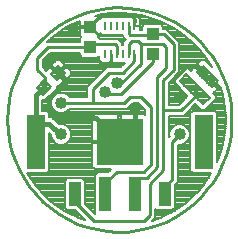
<source format=gbl>
G75*
G70*
%OFA0B0*%
%FSLAX24Y24*%
%IPPOS*%
%LPD*%
%AMOC8*
5,1,8,0,0,1.08239X$1,22.5*
%
%ADD10C,0.0100*%
%ADD11R,0.0394X0.0433*%
%ADD12R,0.0433X0.0394*%
%ADD13C,0.0079*%
%ADD14R,0.0106X0.0315*%
%ADD15R,0.1560X0.1560*%
%ADD16R,0.0620X0.1800*%
%ADD17R,0.0394X0.0787*%
%ADD18R,0.0394X0.1181*%
%ADD19C,0.0160*%
%ADD20C,0.0400*%
%ADD21C,0.0080*%
D10*
X003308Y002119D02*
X003308Y002369D01*
X003308Y002119D02*
X003958Y001469D01*
X005608Y001469D01*
X005808Y001669D01*
X005808Y002719D01*
X006258Y003169D01*
X006258Y005169D01*
X006858Y005169D01*
X007408Y005719D01*
X007308Y005819D01*
X007308Y005869D01*
X006808Y005869D02*
X006808Y005619D01*
X006808Y005869D02*
X006608Y006069D01*
X006608Y006219D01*
X007008Y006619D01*
X007358Y006619D01*
X007684Y006293D01*
X007733Y006293D01*
X006608Y006519D02*
X006258Y006169D01*
X006258Y005169D01*
X005858Y005269D02*
X005858Y003369D01*
X005608Y003119D01*
X004708Y003119D01*
X004358Y002769D01*
X004358Y002369D01*
X004308Y002369D01*
X005308Y002369D02*
X005358Y002419D01*
X005358Y002819D01*
X005458Y002919D01*
X005708Y002919D01*
X006058Y003269D01*
X006058Y006269D01*
X006358Y006569D01*
X006358Y007269D01*
X006258Y007369D01*
X005508Y007369D01*
X005408Y007469D01*
X005208Y007469D01*
X005108Y007369D01*
X005108Y007069D01*
X005104Y007064D01*
X005104Y007046D01*
X005300Y007046D02*
X005300Y006811D01*
X004908Y006419D01*
X004458Y006419D01*
X003908Y005869D01*
X003908Y005419D01*
X002858Y005419D01*
X002308Y005969D02*
X002308Y006269D01*
X002058Y006519D01*
X002058Y006919D01*
X002408Y007269D01*
X003758Y007269D01*
X003774Y007284D01*
X003808Y007284D01*
X003824Y007284D01*
X003908Y007369D01*
X004658Y007369D01*
X004708Y007319D01*
X004708Y007169D01*
X004710Y007167D01*
X004710Y007046D01*
X004513Y007046D02*
X004513Y006823D01*
X004408Y006719D01*
X004208Y006719D01*
X004058Y006869D01*
X002508Y006869D01*
X002408Y006769D01*
X002758Y006419D01*
X002308Y005969D02*
X002272Y005932D01*
X002272Y005932D01*
X003908Y005419D02*
X004958Y005419D01*
X005158Y005619D01*
X005508Y005619D01*
X005858Y005269D01*
X004858Y005719D02*
X005908Y006769D01*
X005908Y007034D01*
X005508Y006719D02*
X005508Y007369D01*
X005858Y007669D02*
X005158Y007669D01*
X005104Y007723D01*
X005104Y007991D01*
X005300Y007991D02*
X005300Y008111D01*
X005308Y008119D01*
X005308Y008219D01*
X005208Y008319D01*
X004158Y008319D01*
X003808Y007969D01*
X003808Y007953D01*
X003824Y007953D01*
X004108Y007669D01*
X004808Y007669D01*
X005508Y006719D02*
X004858Y006069D01*
X004708Y006069D01*
X004858Y005719D02*
X004358Y005719D01*
X004308Y005769D01*
X001058Y004859D02*
X001073Y005199D01*
X001120Y005536D01*
X001197Y005868D01*
X001303Y006191D01*
X001439Y006504D01*
X001602Y006802D01*
X001792Y007085D01*
X002007Y007349D01*
X002245Y007592D01*
X002504Y007813D01*
X002783Y008009D01*
X003077Y008180D01*
X003386Y008322D01*
X003707Y008436D01*
X004037Y008521D01*
X004373Y008575D01*
X004713Y008598D01*
X005053Y008590D01*
X005391Y008552D01*
X005725Y008482D01*
X006050Y008383D01*
X006366Y008255D01*
X006668Y008098D01*
X006955Y007914D01*
X007224Y007706D01*
X007473Y007473D01*
X007699Y007219D01*
X007902Y006946D01*
X008079Y006655D01*
X008228Y006349D01*
X008350Y006031D01*
X008442Y005703D01*
X008503Y005368D01*
X008534Y005029D01*
X008534Y004689D01*
X008503Y004350D01*
X008442Y004015D01*
X008350Y003687D01*
X008228Y003369D01*
X008079Y003063D01*
X007902Y002772D01*
X007699Y002499D01*
X007473Y002245D01*
X007224Y002012D01*
X006955Y001804D01*
X006668Y001620D01*
X006366Y001463D01*
X006050Y001335D01*
X005725Y001236D01*
X005391Y001166D01*
X005053Y001128D01*
X004713Y001120D01*
X004373Y001143D01*
X004037Y001197D01*
X003707Y001282D01*
X003386Y001396D01*
X003077Y001538D01*
X002783Y001709D01*
X002504Y001905D01*
X002245Y002126D01*
X002007Y002369D01*
X001792Y002633D01*
X001602Y002916D01*
X001439Y003214D01*
X001303Y003527D01*
X001197Y003850D01*
X001120Y004182D01*
X001073Y004519D01*
X001058Y004859D01*
X003258Y007869D02*
X003343Y007953D01*
X003808Y007953D01*
X005858Y007669D02*
X005893Y007703D01*
X005908Y007703D01*
X006274Y007703D01*
X006608Y007369D01*
X006608Y006519D01*
X006808Y004369D02*
X006558Y004119D01*
X006558Y002869D01*
X006308Y002619D01*
X006308Y002369D01*
D11*
X003808Y007284D03*
X003808Y007953D03*
D12*
X005908Y007703D03*
X005908Y007034D03*
D13*
X007585Y005368D02*
X007809Y005592D01*
X007585Y005368D02*
X006807Y006146D01*
X007031Y006370D01*
X007809Y005592D01*
X007663Y005446D02*
X007507Y005446D01*
X007429Y005524D02*
X007741Y005524D01*
X007799Y005602D02*
X007351Y005602D01*
X007273Y005680D02*
X007721Y005680D01*
X007643Y005758D02*
X007195Y005758D01*
X007117Y005836D02*
X007565Y005836D01*
X007487Y005914D02*
X007039Y005914D01*
X006961Y005992D02*
X007409Y005992D01*
X007331Y006070D02*
X006883Y006070D01*
X006809Y006148D02*
X007253Y006148D01*
X007175Y006226D02*
X006887Y006226D01*
X006965Y006304D02*
X007097Y006304D01*
X007871Y005931D02*
X008095Y006155D01*
X007871Y005931D02*
X007371Y006431D01*
X007595Y006655D01*
X008095Y006155D01*
X007949Y006009D02*
X007793Y006009D01*
X007715Y006087D02*
X008027Y006087D01*
X008085Y006165D02*
X007637Y006165D01*
X007559Y006243D02*
X008007Y006243D01*
X007929Y006321D02*
X007481Y006321D01*
X007403Y006399D02*
X007851Y006399D01*
X007773Y006477D02*
X007417Y006477D01*
X007495Y006555D02*
X007695Y006555D01*
X007617Y006633D02*
X007573Y006633D01*
X002981Y006418D02*
X002732Y006169D01*
X002509Y006392D01*
X002758Y006641D01*
X002981Y006418D01*
X002810Y006247D02*
X002654Y006247D01*
X002576Y006325D02*
X002888Y006325D01*
X002966Y006403D02*
X002520Y006403D01*
X002598Y006481D02*
X002918Y006481D01*
X002840Y006559D02*
X002676Y006559D01*
X002754Y006637D02*
X002762Y006637D01*
X002508Y005945D02*
X002259Y005696D01*
X002036Y005919D01*
X002285Y006168D01*
X002508Y005945D01*
X002337Y005774D02*
X002181Y005774D01*
X002103Y005852D02*
X002415Y005852D01*
X002493Y005930D02*
X002047Y005930D01*
X002125Y006008D02*
X002445Y006008D01*
X002367Y006086D02*
X002203Y006086D01*
X002281Y006164D02*
X002289Y006164D01*
D14*
X004316Y007046D03*
X004513Y007046D03*
X004710Y007046D03*
X004907Y007046D03*
X005104Y007046D03*
X005300Y007046D03*
X005300Y007991D03*
X005104Y007991D03*
X004907Y007991D03*
X004710Y007991D03*
X004513Y007991D03*
X004316Y007991D03*
D15*
X004808Y004119D03*
D16*
X007608Y004119D03*
X002008Y004119D03*
D17*
X003308Y002369D03*
X006308Y002369D03*
D18*
X005308Y002369D03*
X004308Y002369D03*
D19*
X004808Y004119D02*
X005308Y004619D01*
X005308Y005219D01*
X004808Y004119D02*
X004008Y004919D01*
X002708Y004919D01*
X002458Y005169D01*
X002458Y005569D01*
X003008Y006119D01*
X003008Y006169D01*
X002758Y006419D01*
X002745Y006405D01*
X002745Y006405D01*
X002272Y005932D02*
X002008Y005669D01*
X002008Y004919D01*
X002008Y004119D01*
X002208Y004719D02*
X002008Y004919D01*
X002208Y004719D02*
X002458Y004719D01*
X002808Y004369D01*
X002858Y004369D01*
D20*
X002858Y004369D03*
X002858Y005419D03*
X002408Y006769D03*
X003258Y007869D03*
X004708Y006069D03*
X004308Y005769D03*
X005308Y005219D03*
X006808Y005619D03*
X006808Y004369D03*
D21*
X002260Y002377D02*
X002044Y002618D01*
X001852Y002878D01*
X001730Y003079D01*
X002376Y003079D01*
X002458Y003161D01*
X004482Y003161D01*
X004520Y003199D02*
X004420Y003099D01*
X004053Y003099D01*
X003971Y003017D01*
X003971Y001724D01*
X003645Y002051D01*
X003645Y002820D01*
X003563Y002902D01*
X003053Y002902D01*
X002971Y002820D01*
X002971Y001917D01*
X003053Y001835D01*
X003323Y001835D01*
X003660Y001498D01*
X003610Y001514D01*
X003310Y001636D01*
X003023Y001784D01*
X002751Y001959D01*
X002496Y002157D01*
X002260Y002377D01*
X002262Y002375D02*
X002971Y002375D01*
X002971Y002297D02*
X002346Y002297D01*
X002430Y002218D02*
X002971Y002218D01*
X002971Y002140D02*
X002518Y002140D01*
X002619Y002061D02*
X002971Y002061D01*
X002971Y001983D02*
X002720Y001983D01*
X002836Y001904D02*
X002984Y001904D01*
X002959Y001826D02*
X003333Y001826D01*
X003411Y001747D02*
X003095Y001747D01*
X003247Y001669D02*
X003490Y001669D01*
X003422Y001590D02*
X003568Y001590D01*
X003617Y001511D02*
X003647Y001511D01*
X003949Y001747D02*
X003971Y001747D01*
X003971Y001826D02*
X003870Y001826D01*
X003791Y001904D02*
X003971Y001904D01*
X003971Y001983D02*
X003713Y001983D01*
X003645Y002061D02*
X003971Y002061D01*
X003971Y002140D02*
X003645Y002140D01*
X003645Y002218D02*
X003971Y002218D01*
X003971Y002297D02*
X003645Y002297D01*
X003645Y002375D02*
X003971Y002375D01*
X003971Y002454D02*
X003645Y002454D01*
X003645Y002533D02*
X003971Y002533D01*
X003971Y002611D02*
X003645Y002611D01*
X003645Y002690D02*
X003971Y002690D01*
X003971Y002768D02*
X003645Y002768D01*
X003619Y002847D02*
X003971Y002847D01*
X003971Y002925D02*
X001824Y002925D01*
X001776Y003004D02*
X003971Y003004D01*
X004036Y003082D02*
X002380Y003082D01*
X002458Y003161D02*
X002458Y004408D01*
X002518Y004348D01*
X002518Y004301D01*
X002570Y004176D01*
X002666Y004081D01*
X002791Y004029D01*
X002926Y004029D01*
X003051Y004081D01*
X003146Y004176D01*
X003198Y004301D01*
X003198Y004436D01*
X003146Y004561D01*
X003051Y004657D01*
X002926Y004709D01*
X002791Y004709D01*
X002783Y004705D01*
X002678Y004810D01*
X002549Y004939D01*
X002458Y004939D01*
X002458Y005077D01*
X002376Y005159D01*
X002228Y005159D01*
X002228Y005500D01*
X002316Y005500D01*
X002704Y005888D01*
X002704Y005973D01*
X002789Y005973D01*
X002955Y006139D01*
X002745Y006349D01*
X002801Y006405D01*
X003011Y006195D01*
X003177Y006361D01*
X003177Y006477D01*
X003025Y006629D01*
X002802Y006405D01*
X002745Y006462D01*
X002969Y006686D01*
X002817Y006838D01*
X002701Y006838D01*
X002535Y006672D01*
X002745Y006462D01*
X002688Y006405D01*
X002479Y006615D01*
X002354Y006491D01*
X002248Y006597D01*
X002248Y006840D01*
X002487Y007079D01*
X003471Y007079D01*
X003471Y007010D01*
X003553Y006928D01*
X004063Y006928D01*
X004123Y006987D01*
X004123Y006831D01*
X004205Y006749D01*
X004427Y006749D01*
X004513Y006749D01*
X004624Y006749D01*
X004821Y006749D01*
X004970Y006749D01*
X004830Y006609D01*
X004537Y006609D01*
X004380Y006609D01*
X003830Y006059D01*
X003718Y005947D01*
X003718Y005609D01*
X003148Y005609D01*
X003146Y005611D01*
X003051Y005707D01*
X002926Y005759D01*
X002791Y005759D01*
X002666Y005707D01*
X002570Y005611D01*
X002518Y005486D01*
X002518Y005351D01*
X002570Y005226D01*
X002666Y005131D01*
X002791Y005079D01*
X002926Y005079D01*
X003051Y005131D01*
X003146Y005226D01*
X003148Y005229D01*
X003987Y005229D01*
X004880Y005229D01*
X005037Y005229D01*
X005237Y005429D01*
X005430Y005429D01*
X005668Y005190D01*
X005668Y005017D01*
X005646Y005039D01*
X004848Y005039D01*
X004848Y004159D01*
X004768Y004159D01*
X004768Y005039D01*
X003970Y005039D01*
X003888Y004957D01*
X003888Y004159D01*
X004768Y004159D01*
X004768Y004079D01*
X003888Y004079D01*
X003888Y003281D01*
X003970Y003199D01*
X004520Y003199D01*
X003930Y003239D02*
X002458Y003239D01*
X002458Y003318D02*
X003888Y003318D01*
X003888Y003396D02*
X002458Y003396D01*
X002458Y003475D02*
X003888Y003475D01*
X003888Y003554D02*
X002458Y003554D01*
X002458Y003632D02*
X003888Y003632D01*
X003888Y003711D02*
X002458Y003711D01*
X002458Y003789D02*
X003888Y003789D01*
X003888Y003868D02*
X002458Y003868D01*
X002458Y003946D02*
X003888Y003946D01*
X003888Y004025D02*
X002458Y004025D01*
X002458Y004103D02*
X002643Y004103D01*
X002568Y004182D02*
X002458Y004182D01*
X002458Y004260D02*
X002535Y004260D01*
X002518Y004339D02*
X002458Y004339D01*
X002756Y004732D02*
X003888Y004732D01*
X003888Y004810D02*
X002678Y004810D01*
X002599Y004889D02*
X003888Y004889D01*
X003899Y004967D02*
X002458Y004967D01*
X002458Y005046D02*
X005668Y005046D01*
X005668Y005124D02*
X003036Y005124D01*
X003123Y005203D02*
X005655Y005203D01*
X005577Y005282D02*
X005090Y005282D01*
X005168Y005360D02*
X005498Y005360D01*
X004848Y004967D02*
X004768Y004967D01*
X004768Y004889D02*
X004848Y004889D01*
X004848Y004810D02*
X004768Y004810D01*
X004768Y004732D02*
X004848Y004732D01*
X004848Y004653D02*
X004768Y004653D01*
X004768Y004575D02*
X004848Y004575D01*
X004848Y004496D02*
X004768Y004496D01*
X004768Y004418D02*
X004848Y004418D01*
X004848Y004339D02*
X004768Y004339D01*
X004768Y004260D02*
X004848Y004260D01*
X004848Y004182D02*
X004768Y004182D01*
X004768Y004103D02*
X003074Y004103D01*
X003149Y004182D02*
X003888Y004182D01*
X003888Y004260D02*
X003181Y004260D01*
X003198Y004339D02*
X003888Y004339D01*
X003888Y004418D02*
X003198Y004418D01*
X003174Y004496D02*
X003888Y004496D01*
X003888Y004575D02*
X003133Y004575D01*
X003055Y004653D02*
X003888Y004653D01*
X003718Y005674D02*
X003084Y005674D01*
X002940Y005753D02*
X003718Y005753D01*
X003718Y005831D02*
X002647Y005831D01*
X002704Y005910D02*
X003718Y005910D01*
X003759Y005988D02*
X002804Y005988D01*
X002883Y006067D02*
X003838Y006067D01*
X003916Y006146D02*
X002948Y006146D01*
X002983Y006224D02*
X002870Y006224D01*
X002904Y006303D02*
X002791Y006303D01*
X002777Y006381D02*
X002826Y006381D01*
X002856Y006460D02*
X002747Y006460D01*
X002742Y006460D02*
X002634Y006460D01*
X002668Y006538D02*
X002556Y006538D01*
X002590Y006617D02*
X002248Y006617D01*
X002248Y006695D02*
X002559Y006695D01*
X002637Y006774D02*
X002248Y006774D01*
X002261Y006852D02*
X004123Y006852D01*
X004123Y006931D02*
X004066Y006931D01*
X004180Y006774D02*
X002881Y006774D01*
X002959Y006695D02*
X004916Y006695D01*
X004838Y006617D02*
X003038Y006617D01*
X003013Y006617D02*
X002900Y006617D01*
X002934Y006538D02*
X002821Y006538D01*
X003116Y006538D02*
X004309Y006538D01*
X004231Y006460D02*
X003177Y006460D01*
X003177Y006381D02*
X004152Y006381D01*
X004073Y006303D02*
X003118Y006303D01*
X003040Y006224D02*
X003995Y006224D01*
X004513Y006749D02*
X004513Y007046D01*
X004513Y006749D01*
X004513Y006774D02*
X004513Y006774D01*
X004513Y006852D02*
X004513Y006852D01*
X004513Y006931D02*
X004513Y006931D01*
X004513Y007009D02*
X004513Y007009D01*
X004513Y007046D02*
X004513Y007046D01*
X004898Y007344D02*
X004898Y007397D01*
X004787Y007509D01*
X004737Y007559D01*
X004580Y007559D01*
X004145Y007559D01*
X004085Y007619D01*
X004145Y007679D01*
X004145Y007754D01*
X004205Y007694D01*
X004402Y007694D01*
X004599Y007694D01*
X004796Y007694D01*
X004914Y007694D01*
X004914Y007645D01*
X004968Y007590D01*
X005015Y007544D01*
X004918Y007447D01*
X004918Y007344D01*
X004898Y007344D01*
X004893Y007402D02*
X004918Y007402D01*
X004952Y007481D02*
X004815Y007481D01*
X004968Y007590D02*
X004968Y007590D01*
X004999Y007559D02*
X004144Y007559D01*
X004104Y007638D02*
X004920Y007638D01*
X005300Y007992D02*
X005300Y008289D01*
X005189Y008289D01*
X004992Y008289D01*
X004796Y008289D01*
X004599Y008289D01*
X004402Y008289D01*
X004205Y008289D01*
X004145Y008228D01*
X004063Y008310D01*
X003974Y008310D01*
X004235Y008364D01*
X004556Y008401D01*
X004879Y008408D01*
X005202Y008386D01*
X005521Y008335D01*
X005834Y008255D01*
X006138Y008146D01*
X006432Y008011D01*
X006712Y007849D01*
X006976Y007663D01*
X007222Y007453D01*
X007447Y007222D01*
X007651Y006972D01*
X007832Y006703D01*
X007872Y006630D01*
X007651Y006851D01*
X007535Y006851D01*
X007383Y006699D01*
X007732Y006350D01*
X007676Y006293D01*
X007327Y006642D01*
X007175Y006490D01*
X007175Y006478D01*
X007088Y006565D01*
X006972Y006565D01*
X006611Y006205D01*
X006611Y006089D01*
X007061Y005640D01*
X006780Y005359D01*
X006448Y005359D01*
X006448Y006090D01*
X006798Y006440D01*
X006798Y006597D01*
X006798Y007447D01*
X006687Y007559D01*
X006352Y007893D01*
X006265Y007893D01*
X006265Y007958D01*
X006183Y008040D01*
X005634Y008040D01*
X005552Y007958D01*
X005552Y007859D01*
X005494Y007859D01*
X005494Y007991D01*
X005301Y007991D01*
X005301Y007991D01*
X005494Y007991D01*
X005494Y008207D01*
X005412Y008289D01*
X005301Y008289D01*
X005301Y007992D01*
X005300Y007992D01*
X005300Y008031D02*
X005301Y008031D01*
X005300Y008109D02*
X005301Y008109D01*
X005300Y008188D02*
X005301Y008188D01*
X005300Y008266D02*
X005301Y008266D01*
X005434Y008266D02*
X005789Y008266D01*
X006023Y008188D02*
X005494Y008188D01*
X005494Y008109D02*
X006219Y008109D01*
X006192Y008031D02*
X006389Y008031D01*
X006265Y007952D02*
X006534Y007952D01*
X006670Y007873D02*
X006372Y007873D01*
X006451Y007795D02*
X006789Y007795D01*
X006608Y007638D02*
X007005Y007638D01*
X007097Y007559D02*
X006686Y007559D01*
X006765Y007481D02*
X007190Y007481D01*
X007272Y007402D02*
X006798Y007402D01*
X006798Y007324D02*
X007348Y007324D01*
X007425Y007245D02*
X006798Y007245D01*
X006798Y007167D02*
X007493Y007167D01*
X007557Y007088D02*
X006798Y007088D01*
X006798Y007009D02*
X007621Y007009D01*
X007679Y006931D02*
X006798Y006931D01*
X006798Y006852D02*
X007732Y006852D01*
X007728Y006774D02*
X007784Y006774D01*
X007806Y006695D02*
X007836Y006695D01*
X007622Y006460D02*
X007509Y006460D01*
X007544Y006538D02*
X007431Y006538D01*
X007465Y006617D02*
X007352Y006617D01*
X007302Y006617D02*
X006798Y006617D01*
X006798Y006695D02*
X007387Y006695D01*
X007459Y006774D02*
X006798Y006774D01*
X006798Y006538D02*
X006945Y006538D01*
X006866Y006460D02*
X006798Y006460D01*
X006788Y006381D02*
X006739Y006381D01*
X006709Y006303D02*
X006661Y006303D01*
X006630Y006224D02*
X006582Y006224D01*
X006611Y006146D02*
X006504Y006146D01*
X006448Y006067D02*
X006634Y006067D01*
X006712Y005988D02*
X006448Y005988D01*
X006448Y005910D02*
X006791Y005910D01*
X006869Y005831D02*
X006448Y005831D01*
X006448Y005753D02*
X006948Y005753D01*
X007026Y005674D02*
X006448Y005674D01*
X006448Y005596D02*
X007017Y005596D01*
X006938Y005517D02*
X006448Y005517D01*
X006448Y005439D02*
X006859Y005439D01*
X006781Y005360D02*
X006448Y005360D01*
X006448Y004979D02*
X006937Y004979D01*
X007048Y005090D01*
X007329Y005371D01*
X007529Y005172D01*
X007645Y005172D01*
X008005Y005532D01*
X008005Y005648D01*
X007918Y005735D01*
X007930Y005735D01*
X008082Y005887D01*
X007733Y006236D01*
X007789Y006293D01*
X008138Y005944D01*
X008166Y005972D01*
X008217Y005817D01*
X008290Y005502D01*
X008334Y005182D01*
X008349Y004859D01*
X008334Y004536D01*
X008334Y004536D01*
X008290Y004216D01*
X008217Y003901D01*
X008116Y003594D01*
X008058Y003462D01*
X008058Y005077D01*
X007976Y005159D01*
X007240Y005159D01*
X007158Y005077D01*
X007158Y003161D01*
X006748Y003161D01*
X006748Y003239D02*
X007158Y003239D01*
X007158Y003161D02*
X007240Y003079D01*
X007867Y003079D01*
X007832Y003014D01*
X007651Y002746D01*
X007447Y002495D01*
X007222Y002264D01*
X006976Y002055D01*
X006712Y001868D01*
X006432Y001707D01*
X006138Y001571D01*
X005892Y001484D01*
X005998Y001590D01*
X006179Y001590D01*
X005998Y001590D02*
X005998Y001747D01*
X006502Y001747D01*
X006563Y001835D02*
X006645Y001917D01*
X006645Y002687D01*
X006748Y002790D01*
X006748Y002947D01*
X006748Y004029D01*
X006876Y004029D01*
X007001Y004081D01*
X007096Y004176D01*
X007148Y004301D01*
X007148Y004436D01*
X007096Y004561D01*
X007001Y004657D01*
X006876Y004709D01*
X006741Y004709D01*
X006616Y004657D01*
X006520Y004561D01*
X006468Y004436D01*
X006468Y004301D01*
X006469Y004298D01*
X006448Y004277D01*
X006448Y004979D01*
X006448Y004967D02*
X007158Y004967D01*
X007158Y004889D02*
X006448Y004889D01*
X006448Y004810D02*
X007158Y004810D01*
X007158Y004732D02*
X006448Y004732D01*
X006448Y004653D02*
X006612Y004653D01*
X006533Y004575D02*
X006448Y004575D01*
X006448Y004496D02*
X006493Y004496D01*
X006468Y004418D02*
X006448Y004418D01*
X006448Y004339D02*
X006468Y004339D01*
X006748Y004025D02*
X007158Y004025D01*
X007158Y004103D02*
X007024Y004103D01*
X007099Y004182D02*
X007158Y004182D01*
X007158Y004260D02*
X007131Y004260D01*
X007148Y004339D02*
X007158Y004339D01*
X007148Y004418D02*
X007158Y004418D01*
X007158Y004496D02*
X007124Y004496D01*
X007158Y004575D02*
X007083Y004575D01*
X007158Y004653D02*
X007005Y004653D01*
X007004Y005046D02*
X007158Y005046D01*
X007206Y005124D02*
X007083Y005124D01*
X007161Y005203D02*
X007498Y005203D01*
X007419Y005282D02*
X007240Y005282D01*
X007318Y005360D02*
X007341Y005360D01*
X007676Y005203D02*
X008331Y005203D01*
X008336Y005124D02*
X008011Y005124D01*
X008058Y005046D02*
X008340Y005046D01*
X008344Y004967D02*
X008058Y004967D01*
X008058Y004889D02*
X008347Y004889D01*
X008346Y004810D02*
X008058Y004810D01*
X008058Y004732D02*
X008343Y004732D01*
X008339Y004653D02*
X008058Y004653D01*
X008058Y004575D02*
X008336Y004575D01*
X008328Y004496D02*
X008058Y004496D01*
X008058Y004418D02*
X008318Y004418D01*
X008307Y004339D02*
X008058Y004339D01*
X008058Y004260D02*
X008296Y004260D01*
X008282Y004182D02*
X008058Y004182D01*
X008058Y004103D02*
X008264Y004103D01*
X008246Y004025D02*
X008058Y004025D01*
X008058Y003946D02*
X008227Y003946D01*
X008206Y003868D02*
X008058Y003868D01*
X008058Y003789D02*
X008180Y003789D01*
X008154Y003711D02*
X008058Y003711D01*
X008058Y003632D02*
X008128Y003632D01*
X008098Y003554D02*
X008058Y003554D01*
X008058Y003475D02*
X008064Y003475D01*
X007825Y003004D02*
X006748Y003004D01*
X006748Y003082D02*
X007237Y003082D01*
X007158Y003318D02*
X006748Y003318D01*
X006748Y003396D02*
X007158Y003396D01*
X007158Y003475D02*
X006748Y003475D01*
X006748Y003554D02*
X007158Y003554D01*
X007158Y003632D02*
X006748Y003632D01*
X006748Y003711D02*
X007158Y003711D01*
X007158Y003789D02*
X006748Y003789D01*
X006748Y003868D02*
X007158Y003868D01*
X007158Y003946D02*
X006748Y003946D01*
X006748Y002925D02*
X007772Y002925D01*
X007719Y002847D02*
X006748Y002847D01*
X006726Y002768D02*
X007666Y002768D01*
X007606Y002690D02*
X006648Y002690D01*
X006645Y002611D02*
X007542Y002611D01*
X007478Y002533D02*
X006645Y002533D01*
X006645Y002454D02*
X007407Y002454D01*
X007330Y002375D02*
X006645Y002375D01*
X006645Y002297D02*
X007254Y002297D01*
X007168Y002218D02*
X006645Y002218D01*
X006645Y002140D02*
X007076Y002140D01*
X006983Y002061D02*
X006645Y002061D01*
X006645Y001983D02*
X006874Y001983D01*
X006762Y001904D02*
X006632Y001904D01*
X006638Y001826D02*
X005998Y001826D01*
X006053Y001835D02*
X006563Y001835D01*
X006349Y001669D02*
X005998Y001669D01*
X005998Y001747D02*
X005998Y001890D01*
X006053Y001835D01*
X005970Y001511D02*
X005920Y001511D01*
X002971Y002454D02*
X002191Y002454D01*
X002121Y002533D02*
X002971Y002533D01*
X002971Y002611D02*
X002051Y002611D01*
X001992Y002690D02*
X002971Y002690D01*
X002971Y002768D02*
X001934Y002768D01*
X001875Y002847D02*
X002998Y002847D01*
X002680Y005124D02*
X002411Y005124D01*
X002593Y005203D02*
X002228Y005203D01*
X002228Y005282D02*
X002547Y005282D01*
X002518Y005360D02*
X002228Y005360D01*
X002228Y005439D02*
X002518Y005439D01*
X002531Y005517D02*
X002333Y005517D01*
X002412Y005596D02*
X002564Y005596D01*
X002633Y005674D02*
X002490Y005674D01*
X002569Y005753D02*
X002776Y005753D01*
X002402Y006538D02*
X002307Y006538D01*
X002339Y006931D02*
X003550Y006931D01*
X003471Y007009D02*
X002418Y007009D01*
X002386Y007459D02*
X002496Y007561D01*
X002751Y007759D01*
X003023Y007933D01*
X003310Y008082D01*
X003471Y008148D01*
X003471Y007993D01*
X003768Y007993D01*
X003768Y007913D01*
X003471Y007913D01*
X003471Y007679D01*
X003532Y007619D01*
X003471Y007559D01*
X003471Y007459D01*
X002386Y007459D01*
X002410Y007481D02*
X003471Y007481D01*
X003472Y007559D02*
X002494Y007559D01*
X002595Y007638D02*
X003512Y007638D01*
X003471Y007716D02*
X002696Y007716D01*
X002807Y007795D02*
X003471Y007795D01*
X003471Y007873D02*
X002930Y007873D01*
X003059Y007952D02*
X003768Y007952D01*
X003471Y008031D02*
X003211Y008031D01*
X003376Y008109D02*
X003471Y008109D01*
X004107Y008266D02*
X004183Y008266D01*
X004142Y008345D02*
X005459Y008345D01*
X005494Y008031D02*
X005624Y008031D01*
X005552Y007952D02*
X005494Y007952D01*
X005494Y007873D02*
X005552Y007873D01*
X006529Y007716D02*
X006900Y007716D01*
X007115Y006538D02*
X007223Y006538D01*
X007588Y006381D02*
X007701Y006381D01*
X007685Y006303D02*
X007666Y006303D01*
X007745Y006224D02*
X007858Y006224D01*
X007824Y006146D02*
X007936Y006146D01*
X007902Y006067D02*
X008015Y006067D01*
X007981Y005988D02*
X008094Y005988D01*
X008059Y005910D02*
X008186Y005910D01*
X008212Y005831D02*
X008026Y005831D01*
X007947Y005753D02*
X008232Y005753D01*
X008250Y005674D02*
X007979Y005674D01*
X008005Y005596D02*
X008268Y005596D01*
X008286Y005517D02*
X007990Y005517D01*
X007911Y005439D02*
X008299Y005439D01*
X008309Y005360D02*
X007833Y005360D01*
X007754Y005282D02*
X008320Y005282D01*
X004182Y007716D02*
X004145Y007716D01*
M02*

</source>
